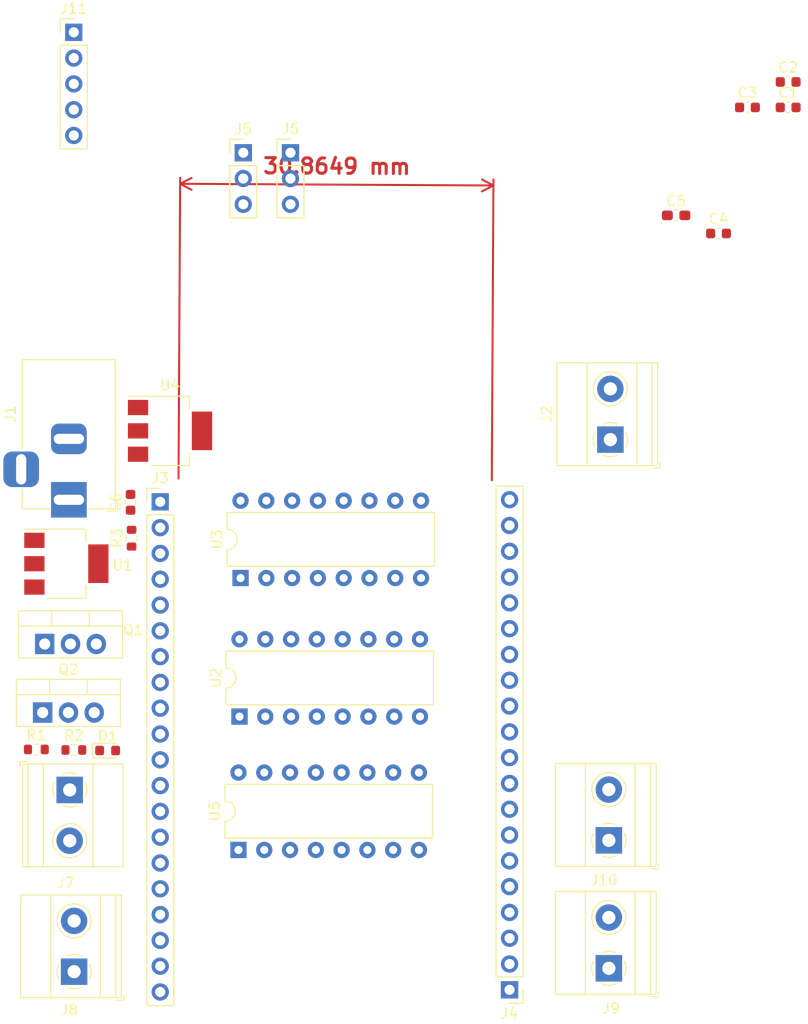
<source format=kicad_pcb>
(kicad_pcb (version 20211014) (generator pcbnew)
  (layers (0 "F.Cu" signal) (31 "B.Cu" signal) (34 "B.Paste" user) (35 "F.Paste" user) (36 "B.SilkS" user "B.Silkscreen") (37 "F.SilkS" user "F.Silkscreen") (38 "B.Mask" user) (39 "F.Mask" user) (44 "Edge.Cuts" user))
  (net 0 "")
  (net 1 "Net-(C1-Pad1)")
  (net 2 "GND")
  (net 3 "Net-(D1-Pad1)")
  (net 4 "Net-(J1-Pad1)")
  (net 5 "+5V")
  (net 7 "12V")
  (net 8 "SERVO_5V")
  (net 9 "MOTOR_EXT+")
  (net 10 "STEPPER_IN3")
  (net 11 "STEPPER_IN1")
  (net 12 "END")
  (net 13 "SERVO2_SIGNAL")
  (net 14 "SERVO1_SIGNAL")
  (net 15 "ENC")
  (net 16 "IN8")
  (net 17 "MOTOR_A_OUT+")
  (net 18 "MOTOR_A_OUT-")
  (net 19 "MOTOR_B_OUT+")
  (net 20 "MOTOR_B_OUT-")
  (net 21 "MOTOR_C_OUT-")
  (net 22 "MOTOR_C_OUT+")
  (net 23 "MOTOR_D_OUT+")
  (net 24 "MOTOR_D_OUT-")
  (net 25 "OUT1")
  (net 26 "OUT3")
  (net 27 "OUT2")
  (net 28 "OUT4")
  (net 29 "IN5")
  (net 30 "IN6")
  (net 31 "IN7")
  (net 32 "ENA")
  (net 33 "IN1")
  (net 34 "IN2")
  (net 35 "ENB")
  (net 36 "IN3")
  (net 37 "IN4")
  (net 38 "STEPPER_IN2")
  (net 39 "STEPPER_IN4")
  (net 61 "Net-(R1-Pad2)")
  (footprint "TerminalBlock_Phoenix:TerminalBlock_Phoenix_MKDS-1,5-2_1x02_P5.00mm_Horizontal" (layer "F.Cu") (at 122.555 66.548 90)
    (fp_text reference "J2" (at 2.5 -6.26 90) (layer "F.SilkS"))
    (fp_text value "EXTERNAL_MOTOR_POWER")
    (fp_line (start -2.56 4.1) (end 7.56 4.1) (layer "F.SilkS") (width 0.12))
    (fp_line (start 7.56 -5.261) (end 7.56 4.66) (layer "F.SilkS") (width 0.12))
    (fp_line (start 3.966 1.239) (end 3.931 1.274) (layer "F.SilkS") (width 0.12))
    (fp_line (start -2.56 2.6) (end 7.56 2.6) (layer "F.SilkS") (width 0.12))
    (fp_line (start -2.56 -2.301) (end 7.56 -2.301) (layer "F.SilkS") (width 0.12))
    (fp_line (start 3.773 1.023) (end 3.726 1.069) (layer "F.SilkS") (width 0.12))
    (fp_line (start -2.8 4.9) (end -2.3 4.9) (layer "F.SilkS") (width 0.12))
    (fp_line (start -2.56 -5.261) (end 7.56 -5.261) (layer "F.SilkS") (width 0.12))
    (fp_line (start 6.07 -1.275) (end 6.035 -1.239) (layer "F.SilkS") (width 0.12))
    (fp_line (start -2.56 4.66) (end 7.56 4.66) (layer "F.SilkS") (width 0.12))
    (fp_line (start 6.275 -1.069) (end 6.228 -1.023) (layer "F.SilkS") (width 0.12))
    (fp_line (start -2.8 4.16) (end -2.8 4.9) (layer "F.SilkS") (width 0.12))
    (fp_line (start -2.56 -5.261) (end -2.56 4.66) (layer "F.SilkS") (width 0.12))
    (fp_arc (start 0.028805 1.680253) (mid -0.335551 1.646659) (end -0.684 1.535) (layer "F.SilkS") (width 0.12))
    (fp_arc (start 1.535427 -0.683042) (mid 1.680501 0.000524) (end 1.535 0.684) (layer "F.SilkS") (width 0.12))
    (fp_arc (start -1.535427 0.683042) (mid -1.680501 -0.000524) (end -1.535 -0.684) (layer "F.SilkS") (width 0.12))
    (fp_arc (start 0.683318 1.534756) (mid 0.349292 1.643288) (end 0 1.68) (layer "F.SilkS") (width 0.12))
    (fp_arc (start -0.683042 -1.535427) (mid 0.000524 -1.680501) (end 0.684 -1.535) (layer "F.SilkS") (width 0.12))
    (fp_circle (center 5 0) (end 6.68 0) (layer "F.SilkS") (width 0.12) (fill none))
    (pad "1" thru_hole rect (at 0 0 90) (size 2.6 2.6) (drill 1.3) (layers *.Cu *.Mask) (net 2 "GND"))
    (pad "2" thru_hole circle (at 5 0 90) (size 2.6 2.6) (drill 1.3) (layers *.Cu *.Mask) (net 9 "MOTOR_EXT+"))
  )
  (footprint "Package_TO_SOT_SMD:SOT-223-3_TabPin2" (layer "F.Cu") (at 79.1718 65.6844)
    (fp_text reference "U4" (at 0 -4.5) (layer "F.SilkS"))
    (fp_text value "AMS1117-5.0")
    (fp_line (start -4.1 -3.41) (end 1.91 -3.41) (layer "F.SilkS") (width 0.12))
    (fp_line (start 1.91 -3.41) (end 1.91 -2.15) (layer "F.SilkS") (width 0.12))
    (fp_line (start -1.85 3.41) (end 1.91 3.41) (layer "F.SilkS") (width 0.12))
    (fp_line (start 1.91 3.41) (end 1.91 2.15) (layer "F.SilkS") (width 0.12))
    (pad "1" smd rect (at -3.15 -2.3) (size 2 1.5) (layers "F.Cu" "F.Paste" "F.Mask") (net 2 "GND"))
    (pad "2" smd rect (at 3.15 0) (size 2 3.8) (layers "F.Cu" "F.Paste" "F.Mask") (net 8 "SERVO_5V"))
    (pad "2" smd rect (at -3.15 0) (size 2 1.5) (layers "F.Cu" "F.Paste" "F.Mask") (net 8 "SERVO_5V"))
    (pad "3" smd rect (at -3.15 2.3) (size 2 1.5) (layers "F.Cu" "F.Paste" "F.Mask") (net 7 "12V"))
  )
  (footprint "Capacitor_SMD:C_0603_1608Metric" (layer "F.Cu") (at 140.07 33.8386)
    (fp_text reference "C1" (at 0 -1.43) (layer "F.SilkS"))
    (fp_text value "1uF")
    (fp_line (start -0.14058 -0.51) (end 0.14058 -0.51) (layer "F.SilkS") (width 0.12))
    (fp_line (start -0.14058 0.51) (end 0.14058 0.51) (layer "F.SilkS") (width 0.12))
    (pad "1" smd roundrect (at -0.775 0) (size 0.9 0.95) (layers "F.Cu" "F.Paste" "F.Mask") (net 1 "Net-(C1-Pad1)"))
    (pad "2" smd roundrect (at 0.775 0) (size 0.9 0.95) (layers "F.Cu" "F.Paste" "F.Mask") (net 2 "GND"))
  )
  (footprint "Connector_PinHeader_2.54mm:PinHeader_1x20_P2.54mm_Vertical" (layer "F.Cu") (at 112.6236 120.7212 180)
    (fp_text reference "J4" (at 0 -2.33) (layer "F.SilkS"))
    (fp_text value "Conn_01x20_Female")
    (fp_line (start -1.33 1.27) (end -1.33 49.59) (layer "F.SilkS") (width 0.12))
    (fp_line (start -1.33 -1.33) (end 0 -1.33) (layer "F.SilkS") (width 0.12))
    (fp_line (start -1.33 0) (end -1.33 -1.33) (layer "F.SilkS") (width 0.12))
    (fp_line (start -1.33 49.59) (end 1.33 49.59) (layer "F.SilkS") (width 0.12))
    (fp_line (start -1.33 1.27) (end 1.33 1.27) (layer "F.SilkS") (width 0.12))
    (fp_line (start 1.33 1.27) (end 1.33 49.59) (layer "F.SilkS") (width 0.12))
    (pad "1" thru_hole rect (at 0 0 180) (size 1.7 1.7) (drill 1) (layers *.Cu *.Mask))
    (pad "2" thru_hole oval (at 0 2.54 180) (size 1.7 1.7) (drill 1) (layers *.Cu *.Mask))
    (pad "3" thru_hole oval (at 0 5.08 180) (size 1.7 1.7) (drill 1) (layers *.Cu *.Mask))
    (pad "4" thru_hole oval (at 0 7.62 180) (size 1.7 1.7) (drill 1) (layers *.Cu *.Mask))
    (pad "5" thru_hole oval (at 0 10.16 180) (size 1.7 1.7) (drill 1) (layers *.Cu *.Mask))
    (pad "6" thru_hole oval (at 0 12.7 180) (size 1.7 1.7) (drill 1) (layers *.Cu *.Mask))
    (pad "7" thru_hole oval (at 0 15.24 180) (size 1.7 1.7) (drill 1) (layers *.Cu *.Mask) (net 10 "STEPPER_IN3"))
    (pad "8" thru_hole oval (at 0 17.78 180) (size 1.7 1.7) (drill 1) (layers *.Cu *.Mask) (net 38 "STEPPER_IN2"))
    (pad "9" thru_hole oval (at 0 20.32 180) (size 1.7 1.7) (drill 1) (layers *.Cu *.Mask) (net 11 "STEPPER_IN1"))
    (pad "10" thru_hole oval (at 0 22.86 180) (size 1.7 1.7) (drill 1) (layers *.Cu *.Mask) (net 13 "SERVO2_SIGNAL"))
    (pad "11" thru_hole oval (at 0 25.4 180) (size 1.7 1.7) (drill 1) (layers *.Cu *.Mask) (net 14 "SERVO1_SIGNAL"))
    (pad "12" thru_hole oval (at 0 27.94 180) (size 1.7 1.7) (drill 1) (layers *.Cu *.Mask) (net 12 "END"))
    (pad "13" thru_hole oval (at 0 30.48 180) (size 1.7 1.7) (drill 1) (layers *.Cu *.Mask) (net 15 "ENC"))
    (pad "14" thru_hole oval (at 0 33.02 180) (size 1.7 1.7) (drill 1) (layers *.Cu *.Mask) (net 16 "IN8"))
    (pad "15" thru_hole oval (at 0 35.56 180) (size 1.7 1.7) (drill 1) (layers *.Cu *.Mask) (net 31 "IN7"))
    (pad "16" thru_hole oval (at 0 38.1 180) (size 1.7 1.7) (drill 1) (layers *.Cu *.Mask) (net 30 "IN6"))
    (pad "17" thru_hole oval (at 0 40.64 180) (size 1.7 1.7) (drill 1) (layers *.Cu *.Mask) (net 29 "IN5"))
    (pad "18" thru_hole oval (at 0 43.18 180) (size 1.7 1.7) (drill 1) (layers *.Cu *.Mask))
    (pad "19" thru_hole oval (at 0 45.72 180) (size 1.7 1.7) (drill 1) (layers *.Cu *.Mask))
    (pad "20" thru_hole oval (at 0 48.26 180) (size 1.7 1.7) (drill 1) (layers *.Cu *.Mask))
  )
  (footprint "Capacitor_SMD:C_0603_1608Metric_Pad1.08x0.95mm_HandSolder" (layer "F.Cu") (at 129.03 44.4686)
    (fp_text reference "C5" (at 0 -1.43) (layer "F.SilkS"))
    (fp_text value "100nF")
    (fp_line (start -0.146267 -0.51) (end 0.146267 -0.51) (layer "F.SilkS") (width 0.12))
    (fp_line (start -0.146267 0.51) (end 0.146267 0.51) (layer "F.SilkS") (width 0.12))
    (pad "1" smd roundrect (at -0.8625 0) (size 1.075 0.95) (layers "F.Cu" "F.Paste" "F.Mask") (net 8 "SERVO_5V"))
    (pad "2" smd roundrect (at 0.8625 0) (size 1.075 0.95) (layers "F.Cu" "F.Paste" "F.Mask") (net 2 "GND"))
  )
  (footprint "Package_TO_SOT_THT:TO-220-3_Vertical" (layer "F.Cu") (at 66.6242 93.4212)
    (fp_text reference "Q2" (at 2.54 -4.27) (layer "F.SilkS"))
    (fp_text value "TIP3055")
    (fp_line (start 4.391 -3.27) (end 4.391 -1.76) (layer "F.SilkS") (width 0.12))
    (fp_line (start 0.69 -3.27) (end 0.69 -1.76) (layer "F.SilkS") (width 0.12))
    (fp_line (start -2.58 -1.76) (end 7.66 -1.76) (layer "F.SilkS") (width 0.12))
    (fp_line (start -2.58 1.371) (end 7.66 1.371) (layer "F.SilkS") (width 0.12))
    (fp_line (start -2.58 -3.27) (end -2.58 1.371) (layer "F.SilkS") (width 0.12))
    (fp_line (start 7.66 -3.27) (end 7.66 1.371) (layer "F.SilkS") (width 0.12))
    (fp_line (start -2.58 -3.27) (end 7.66 -3.27) (layer "F.SilkS") (width 0.12))
    (pad "1" thru_hole rect (at 0 0) (size 1.905 2) (drill 1.1) (layers *.Cu *.Mask) (net 1 "Net-(C1-Pad1)"))
    (pad "2" thru_hole oval (at 2.54 0) (size 1.905 2) (drill 1.1) (layers *.Cu *.Mask) (net 7 "12V"))
    (pad "3" thru_hole oval (at 5.08 0) (size 1.905 2) (drill 1.1) (layers *.Cu *.Mask) (net 2 "GND"))
  )
  (footprint "Capacitor_SMD:C_0603_1608Metric" (layer "F.Cu") (at 136.06 33.8386)
    (fp_text reference "C3" (at 0 -1.43) (layer "F.SilkS"))
    (fp_text value "100nF")
    (fp_line (start -0.14058 -0.51) (end 0.14058 -0.51) (layer "F.SilkS") (width 0.12))
    (fp_line (start -0.14058 0.51) (end 0.14058 0.51) (layer "F.SilkS") (width 0.12))
    (pad "1" smd roundrect (at -0.775 0) (size 0.9 0.95) (layers "F.Cu" "F.Paste" "F.Mask") (net 7 "12V"))
    (pad "2" smd roundrect (at 0.775 0) (size 0.9 0.95) (layers "F.Cu" "F.Paste" "F.Mask") (net 2 "GND"))
  )
  (footprint "LED_SMD:LED_0603_1608Metric" (layer "F.Cu") (at 73.025 97.155)
    (fp_text reference "D1" (at 0 -1.43) (layer "F.SilkS"))
    (fp_text value "GREEN_LED")
    (fp_line (start -1.485 0.735) (end 0.8 0.735) (layer "F.SilkS") (width 0.12))
    (fp_line (start -1.485 -0.735) (end -1.485 0.735) (layer "F.SilkS") (width 0.12))
    (fp_line (start 0.8 -0.735) (end -1.485 -0.735) (layer "F.SilkS") (width 0.12))
    (pad "1" smd roundrect (at -0.7875 0) (size 0.875 0.95) (layers "F.Cu" "F.Paste" "F.Mask") (net 3 "Net-(D1-Pad1)"))
    (pad "2" smd roundrect (at 0.7875 0) (size 0.875 0.95) (layers "F.Cu" "F.Paste" "F.Mask") (net 7 "12V"))
  )
  (footprint "TerminalBlock_Phoenix:TerminalBlock_Phoenix_MKDS-1,5-2_1x02_P5.00mm_Horizontal" (layer "F.Cu") (at 69.2912 101.0412 -90)
    (fp_text reference "J7" (at 9.144 0.381 180) (layer "F.SilkS"))
    (fp_text value "MOTOR_A_OUT")
    (fp_line (start -2.56 -5.261) (end 7.56 -5.261) (layer "F.SilkS") (width 0.12))
    (fp_line (start -2.56 -5.261) (end -2.56 4.66) (layer "F.SilkS") (width 0.12))
    (fp_line (start -2.56 4.1) (end 7.56 4.1) (layer "F.SilkS") (width 0.12))
    (fp_line (start -2.56 2.6) (end 7.56 2.6) (layer "F.SilkS") (width 0.12))
    (fp_line (start -2.8 4.16) (end -2.8 4.9) (layer "F.SilkS") (width 0.12))
    (fp_line (start 6.07 -1.275) (end 6.035 -1.239) (layer "F.SilkS") (width 0.12))
    (fp_line (start -2.8 4.9) (end -2.3 4.9) (layer "F.SilkS") (width 0.12))
    (fp_line (start 7.56 -5.261) (end 7.56 4.66) (layer "F.SilkS") (width 0.12))
    (fp_line (start -2.56 4.66) (end 7.56 4.66) (layer "F.SilkS") (width 0.12))
    (fp_line (start 3.773 1.023) (end 3.726 1.069) (layer "F.SilkS") (width 0.12))
    (fp_line (start 3.966 1.239) (end 3.931 1.274) (layer "F.SilkS") (width 0.12))
    (fp_line (start 6.275 -1.069) (end 6.228 -1.023) (layer "F.SilkS") (width 0.12))
    (fp_line (start -2.56 -2.301) (end 7.56 -2.301) (layer "F.SilkS") (width 0.12))
    (fp_arc (start -1.535427 0.683042) (mid -1.680501 -0.000524) (end -1.535 -0.684) (layer "F.SilkS") (width 0.12))
    (fp_arc (start -0.683042 -1.535427) (mid 0.000524 -1.680501) (end 0.684 -1.535) (layer "F.SilkS") (width 0.12))
    (fp_arc (start 0.028805 1.680253) (mid -0.335551 1.646659) (end -0.684 1.535) (layer "F.SilkS") (width 0.12))
    (fp_arc (start 1.535427 -0.683042) (mid 1.680501 0.000524) (end 1.535 0.684) (layer "F.SilkS") (width 0.12))
    (fp_arc (start 0.683318 1.534756) (mid 0.349292 1.643288) (end 0 1.68) (layer "F.SilkS") (width 0.12))
    (fp_circle (center 5 0) (end 6.68 0) (layer "F.SilkS") (width 0.12) (fill none))
    (pad "1" thru_hole rect (at 0 0 270) (size 2.6 2.6) (drill 1.3) (layers *.Cu *.Mask) (net 17 "MOTOR_A_OUT+"))
    (pad "2" thru_hole circle (at 5 0 270) (size 2.6 2.6) (drill 1.3) (layers *.Cu *.Mask) (net 18 "MOTOR_A_OUT-"))
  )
  (footprint "Package_DIP:DIP-16_W7.62mm" (layer "F.Cu") (at 86.0194 93.8176 90)
    (fp_text reference "U2" (at 3.81 -2.33 90) (layer "F.SilkS"))
    (fp_text value "L293D")
    (fp_line (start 6.46 19.11) (end 6.46 -1.33) (layer "F.SilkS") (width 0.12))
    (fp_line (start 1.16 -1.33) (end 1.16 19.11) (layer "F.SilkS") (width 0.12))
    (fp_line (start 1.16 19.11) (end 6.46 19.11) (layer "F.SilkS") (width 0.12))
    (fp_line (start 6.46 -1.33) (end 4.81 -1.33) (layer "F.SilkS") (width 0.12))
    (fp_line (start 2.81 -1.33) (end 1.16 -1.33) (layer "F.SilkS") (width 0.12))
    (fp_arc (start 4.81 -1.33) (mid 3.81 -0.33) (end 2.81 -1.33) (layer "F.SilkS") (width 0.12))
    (pad "1" thru_hole rect (at 0 0 90) (size 1.6 1.6) (drill 0.8) (layers *.Cu *.Mask) (net 15 "ENC"))
    (pad "2" thru_hole oval (at 0 2.54 90) (size 1.6 1.6) (drill 0.8) (layers *.Cu *.Mask) (net 29 "IN5"))
    (pad "3" thru_hole oval (at 0 5.08 90) (size 1.6 1.6) (drill 0.8) (layers *.Cu *.Mask) (net 22 "MOTOR_C_OUT+"))
    (pad "4" thru_hole oval (at 0 7.62 90) (size 1.6 1.6) (drill 0.8) (layers *.Cu *.Mask) (net 2 "GND"))
    (pad "5" thru_hole oval (at 0 10.16 90) (size 1.6 1.6) (drill 0.8) (layers *.Cu *.Mask) (net 2 "GND"))
    (pad "6" thru_hole oval (at 0 12.7 90) (size 1.6 1.6) (drill 0.8) (layers *.Cu *.Mask) (net 21 "MOTOR_C_OUT-"))
    (pad "7" thru_hole oval (at 0 15.24 90) (size 1.6 1.6) (drill 0.8) (layers *.Cu *.Mask) (net 30 "IN6"))
    (pad "8" thru_hole oval (at 0 17.78 90) (size 1.6 1.6) (drill 0.8) (layers *.Cu *.Mask) (net 9 "MOTOR_EXT+"))
    (pad "9" thru_hole oval (at 7.62 17.78 90) (size 1.6 1.6) (drill 0.8) (layers *.Cu *.Mask) (net 12 "END"))
    (pad "10" thru_hole oval (at 7.62 15.24 90) (size 1.6 1.6) (drill 0.8) (layers *.Cu *.Mask) (net 31 "IN7"))
    (pad "11" thru_hole oval (at 7.62 12.7 90) (size 1.6 1.6) (drill 0.8) (layers *.Cu *.Mask) (net 24 "MOTOR_D_OUT-"))
    (pad "12" thru_hole oval (at 7.62 10.16 90) (size 1.6 1.6) (drill 0.8) (layers *.Cu *.Mask) (net 2 "GND"))
    (pad "13" thru_hole oval (at 7.62 7.62 90) (size 1.6 1.6) (drill 0.8) (layers *.Cu *.Mask) (net 2 "GND"))
    (pad "14" thru_hole oval (at 7.62 5.08 90) (size 1.6 1.6) (drill 0.8) (layers *.Cu *.Mask) (net 23 "MOTOR_D_OUT+"))
    (pad "15" thru_hole oval (at 7.62 2.54 90) (size 1.6 1.6) (drill 0.8) (layers *.Cu *.Mask) (net 16 "IN8"))
    (pad "16" thru_hole oval (at 7.62 0 90) (size 1.6 1.6) (drill 0.8) (layers *.Cu *.Mask) (net 5 "+5V"))
  )
  (footprint "Capacitor_SMD:C_0603_1608Metric" (layer "F.Cu") (at 75.2856 72.7202 90)
    (fp_text reference "C6" (at 0 -1.43 90) (layer "F.SilkS"))
    (fp_text value "0.1uF")
    (fp_line (start -0.14058 0.51) (end 0.14058 0.51) (layer "F.SilkS") (width 0.12))
    (fp_line (start -0.14058 -0.51) (end 0.14058 -0.51) (layer "F.SilkS") (width 0.12))
    (pad "1" smd roundrect (at -0.775 0 90) (size 0.9 0.95) (layers "F.Cu" "F.Paste" "F.Mask") (net 4 "Net-(J1-Pad1)"))
    (pad "2" smd roundrect (at 0.775 0 90) (size 0.9 0.95) (layers "F.Cu" "F.Paste" "F.Mask") (net 2 "GND"))
  )
  (footprint "TerminalBlock_Phoenix:TerminalBlock_Phoenix_MKDS-1,5-2_1x02_P5.00mm_Horizontal" (layer "F.Cu") (at 69.7232 118.9336 90)
    (fp_text reference "J8" (at -3.7738 -0.4828 180) (layer "F.SilkS"))
    (fp_text value "MOTOR_B_OUT")
    (fp_line (start 3.966 1.239) (end 3.931 1.274) (layer "F.SilkS") (width 0.12))
    (fp_line (start -2.56 4.66) (end 7.56 4.66) (layer "F.SilkS") (width 0.12))
    (fp_line (start -2.56 -2.301) (end 7.56 -2.301) (layer "F.SilkS") (width 0.12))
    (fp_line (start -2.8 4.9) (end -2.3 4.9) (layer "F.SilkS") (width 0.12))
    (fp_line (start -2.8 4.16) (end -2.8 4.9) (layer "F.SilkS") (width 0.12))
    (fp_line (start 6.07 -1.275) (end 6.035 -1.239) (layer "F.SilkS") (width 0.12))
    (fp_line (start 3.773 1.023) (end 3.726 1.069) (layer "F.SilkS") (width 0.12))
    (fp_line (start 7.56 -5.261) (end 7.56 4.66) (layer "F.SilkS") (width 0.12))
    (fp_line (start 6.275 -1.069) (end 6.228 -1.023) (layer "F.SilkS") (width 0.12))
    (fp_line (start -2.56 -5.261) (end 7.56 -5.261) (layer "F.SilkS") (width 0.12))
    (fp_line (start -2.56 -5.261) (end -2.56 4.66) (layer "F.SilkS") (width 0.12))
    (fp_line (start -2.56 2.6) (end 7.56 2.6) (layer "F.SilkS") (width 0.12))
    (fp_line (start -2.56 4.1) (end 7.56 4.1) (layer "F.SilkS") (width 0.12))
    (fp_arc (start -1.535427 0.683042) (mid -1.680501 -0.000524) (end -1.535 -0.684) (layer "F.SilkS") (width 0.12))
    (fp_arc (start 1.535427 -0.683042) (mid 1.680501 0.000524) (end 1.535 0.684) (layer "F.SilkS") (width 0.12))
    (fp_arc (start 0.028805 1.680253) (mid -0.335551 1.646659) (end -0.684 1.535) (layer "F.SilkS") (width 0.12))
    (fp_arc (start 0.683318 1.534756) (mid 0.349292 1.643288) (end 0 1.68) (layer "F.SilkS") (width 0.12))
    (fp_arc (start -0.683042 -1.535427) (mid 0.000524 -1.680501) (end 0.684 -1.535) (layer "F.SilkS") (width 0.12))
    (fp_circle (center 5 0) (end 6.68 0) (layer "F.SilkS") (width 0.12) (fill none))
    (pad "1" thru_hole rect (at 0 0 90) (size 2.6 2.6) (drill 1.3) (layers *.Cu *.Mask) (net 19 "MOTOR_B_OUT+"))
    (pad "2" thru_hole circle (at 5 0 90) (size 2.6 2.6) (drill 1.3) (layers *.Cu *.Mask) (net 20 "MOTOR_B_OUT-"))
  )
  (footprint "Resistor_SMD:R_0603_1608Metric" (layer "F.Cu") (at 66.0024 97.0534)
    (fp_text reference "R1" (at 0 -1.43) (layer "F.SilkS"))
    (fp_text value "240R")
    (fp_line (start -0.237258 -0.5225) (end 0.237258 -0.5225) (layer "F.SilkS") (width 0.12))
    (fp_line (start -0.237258 0.5225) (end 0.237258 0.5225) (layer "F.SilkS") (width 0.12))
    (pad "1" smd roundrect (at -0.825 0) (size 0.8 0.95) (layers "F.Cu" "F.Paste" "F.Mask") (net 1 "Net-(C1-Pad1)"))
    (pad "2" smd roundrect (at 0.825 0) (size 0.8 0.95) (layers "F.Cu" "F.Paste" "F.Mask") (net 61 "Net-(R1-Pad2)"))
  )
  (footprint "TerminalBlock_Phoenix:TerminalBlock_Phoenix_MKDS-1,5-2_1x02_P5.00mm_Horizontal" (layer "F.Cu") (at 122.4028 118.6034 90)
    (fp_text reference "J9" (at -3.9516 0.2284 180) (layer "F.SilkS"))
    (fp_text value "MOTOR_C_OUT")
    (fp_line (start 6.275 -1.069) (end 6.228 -1.023) (layer "F.SilkS") (width 0.12))
    (fp_line (start 3.773 1.023) (end 3.726 1.069) (layer "F.SilkS") (width 0.12))
    (fp_line (start 3.966 1.239) (end 3.931 1.274) (layer "F.SilkS") (width 0.12))
    (fp_line (start -2.56 -2.301) (end 7.56 -2.301) (layer "F.SilkS") (width 0.12))
    (fp_line (start -2.56 4.1) (end 7.56 4.1) (layer "F.SilkS") (width 0.12))
    (fp_line (start -2.56 4.66) (end 7.56 4.66) (layer "F.SilkS") (width 0.12))
    (fp_line (start 7.56 -5.261) (end 7.56 4.66) (layer "F.SilkS") (width 0.12))
    (fp_line (start -2.8 4.16) (end -2.8 4.9) (layer "F.SilkS") (width 0.12))
    (fp_line (start -2.56 -5.261) (end -2.56 4.66) (layer "F.SilkS") (width 0.12))
    (fp_line (start -2.56 -5.261) (end 7.56 -5.261) (layer "F.SilkS") (width 0.12))
    (fp_line (start -2.56 2.6) (end 7.56 2.6) (layer "F.SilkS") (width 0.12))
    (fp_line (start 6.07 -1.275) (end 6.035 -1.239) (layer "F.SilkS") (width 0.12))
    (fp_line (start -2.8 4.9) (end -2.3 4.9) (layer "F.SilkS") (width 0.12))
    (fp_arc (start 0.028805 1.680253) (mid -0.335551 1.646659) (end -0.684 1.535) (layer "F.SilkS") (width 0.12))
    (fp_arc (start -1.535427 0.683042) (mid -1.680501 -0.000524) (end -1.535 -0.684) (layer "F.SilkS") (width 0.12))
    (fp_arc (start -0.683042 -1.535427) (mid 0.000524 -1.680501) (end 0.684 -1.535) (layer "F.SilkS") (width 0.12))
    (fp_arc (start 0.683318 1.534756) (mid 0.349292 1.643288) (end 0 1.68) (layer "F.SilkS") (width 0.12))
    (fp_arc (start 1.535427 -0.683042) (mid 1.680501 0.000524) (end 1.535 0.684) (layer "F.SilkS") (width 0.12))
    (fp_circle (center 5 0) (end 6.68 0) (layer "F.SilkS") (width 0.12) (fill none))
    (pad "1" thru_hole rect (at 0 0 90) (size 2.6 2.6) (drill 1.3) (layers *.Cu *.Mask) (net 21 "MOTOR_C_OUT-"))
    (pad "2" thru_hole circle (at 5 0 90) (size 2.6 2.6) (drill 1.3) (layers *.Cu *.Mask) (net 22 "MOTOR_C_OUT+"))
  )
  (footprint "Connector_BarrelJack:BarrelJack_Horizontal" (layer "F.Cu") (at 69.2073 72.4718 -90)
    (fp_text reference "J1" (at -8.45 5.75 90) (layer "F.SilkS"))
    (fp_text value "Barrel_Jack")
    (fp_line (start 0.9 1.9) (end 0.9 4.6) (layer "F.SilkS") (width 0.12))
    (fp_line (start -5 4.6) (end -13.8 4.6) (layer "F.SilkS") (width 0.12))
    (fp_line (start -13.8 4.6) (end -13.8 -4.6) (layer "F.SilkS") (width 0.12))
    (fp_line (start 0.05 -4.8) (end 1.1 -4.8) (layer "F.SilkS") (width 0.12))
    (fp_line (start 1.1 -3.75) (end 1.1 -4.8) (layer "F.SilkS") (width 0.12))
    (fp_line (start -13.8 -4.6) (end 0.9 -4.6) (layer "F.SilkS") (width 0.12))
    (fp_line (start 0.9 -4.6) (end 0.9 -2) (layer "F.SilkS") (width 0.12))
    (fp_line (start 0.9 4.6) (end -1 4.6) (layer "F.SilkS") (width 0.12))
    (pad "1" thru_hole rect (at 0 0 270) (size 3.5 3.5) (drill oval 1 3) (layers *.Cu *.Mask) (net 4 "Net-(J1-Pad1)"))
    (pad "2" thru_hole roundrect (at -6 0 270) (size 3 3.5) (drill oval 1 3) (layers *.Cu *.Mask) (net 2 "GND"))
    (pad "3" thru_hole roundrect (at -3 4.7 270) (size 3.5 3.5) (drill oval 3 1) (layers *.Cu *.Mask))
  )
  (footprint "Connector_PinHeader_2.54mm:PinHeader_1x05_P2.54mm_Vertical" (layer "F.Cu") (at 69.69 26.4386)
    (fp_text reference "J11" (at 0 -2.33) (layer "F.SilkS"))
    (fp_text value "STEPPER_TERMINAL")
    (fp_line (start -1.33 11.49) (end 1.33 11.49) (layer "F.SilkS") (width 0.12))
    (fp_line (start -1.33 1.27) (end 1.33 1.27) (layer "F.SilkS") (width 0.12))
    (fp_line (start -1.33 1.27) (end -1.33 11.49) (layer "F.SilkS") (width 0.12))
    (fp_line (start -1.33 -1.33) (end 0 -1.33) (layer "F.SilkS") (width 0.12))
    (fp_line (start 1.33 1.27) (end 1.33 11.49) (layer "F.SilkS") (width 0.12))
    (fp_line (start -1.33 0) (end -1.33 -1.33) (layer "F.SilkS") (width 0.12))
    (pad "1" thru_hole rect (at 0 0) (size 1.7 1.7) (drill 1) (layers *.Cu *.Mask) (net 7 "12V"))
    (pad "2" thru_hole oval (at 0 2.54) (size 1.7 1.7) (drill 1) (layers *.Cu *.Mask) (net 25 "OUT1"))
    (pad "3" thru_hole oval (at 0 5.08) (size 1.7 1.7) (drill 1) (layers *.Cu *.Mask) (net 26 "OUT3"))
    (pad "4" thru_hole oval (at 0 7.62) (size 1.7 1.7) (drill 1) (layers *.Cu *.Mask) (net 27 "OUT2"))
    (pad "5" thru_hole oval (at 0 10.16) (size 1.7 1.7) (drill 1) (layers *.Cu *.Mask) (net 28 "OUT4"))
  )
  (footprint "Connector_PinHeader_2.54mm:PinHeader_1x03_P2.54mm_Vertical" (layer "F.Cu") (at 91.04 38.2986)
    (fp_text reference "J6" (at 0 -2.33) (layer "F.SilkS"))
    (fp_text value "SERVO2")
    (fp_line (start -1.33 0) (end -1.33 -1.33) (layer "F.SilkS") (width 0.12))
    (fp_line (start -1.33 1.27) (end 1.33 1.27) (layer "F.SilkS") (width 0.12))
    (fp_line (start -1.33 -1.33) (end 0 -1.33) (layer "F.SilkS") (width 0.12))
    (fp_line (start 1.33 1.27) (end 1.33 6.41) (layer "F.SilkS") (width 0.12))
    (fp_line (start -1.33 1.27) (end -1.33 6.41) (layer "F.SilkS") (width 0.12))
    (fp_line (start -1.33 6.41) (end 1.33 6.41) (layer "F.SilkS") (width 0.12))
    (pad "1" thru_hole rect (at 0 0) (size 1.7 1.7) (drill 1) (layers *.Cu *.Mask) (net 2 "GND"))
    (pad "2" thru_hole oval (at 0 2.54) (size 1.7 1.7) (drill 1) (layers *.Cu *.Mask) (net 8 "SERVO_5V"))
    (pad "3" thru_hole oval (at 0 5.08) (size 1.7 1.7) (drill 1) (layers *.Cu *.Mask) (net 13 "SERVO2_SIGNAL"))
  )
  (footprint "Package_DIP:DIP-16_W7.62mm" (layer "F.Cu") (at 85.9178 106.9494 90)
    (fp_text reference "U5" (at 3.81 -2.33 90) (layer "F.SilkS"))
    (fp_text value "L293D")
    (fp_line (start 1.16 -1.33) (end 1.16 19.11) (layer "F.SilkS") (width 0.12))
    (fp_line (start 6.46 19.11) (end 6.46 -1.33) (layer "F.SilkS") (width 0.12))
    (fp_line (start 2.81 -1.33) (end 1.16 -1.33) (layer "F.SilkS") (width 0.12))
    (fp_line (start 1.16 19.11) (end 6.46 19.11) (layer "F.SilkS") (width 0.12))
    (fp_line (start 6.46 -1.33) (end 4.81 -1.33) (layer "F.SilkS") (width 0.12))
    (fp_arc (start 4.81 -1.33) (mid 3.81 -0.33) (end 2.81 -1.33) (layer "F.SilkS") (width 0.12))
    (pad "1" thru_hole rect (at 0 0 90) (size 1.6 1.6) (drill 0.8) (layers *.Cu *.Mask) (net 5 "+5V"))
    (pad "2" thru_hole oval (at 0 2.54 90) (size 1.6 1.6) (drill 0.8) (layers *.Cu *.Mask) (net 11 "STEPPER_IN1"))
    (pad "3" thru_hole oval (at 0 5.08 90) (size 1.6 1.6) (drill 0.8) (layers *.Cu *.Mask) (net 25 "OUT1"))
    (pad "4" thru_hole oval (at 0 7.62 90) (size 1.6 1.6) (drill 0.8) (layers *.Cu *.Mask) (net 2 "GND"))
    (pad "5" thru_hole oval (at 0 10.16 90) (size 1.6 1.6) (drill 0.8) (layers *.Cu *.Mask) (net 2 "GND"))
    (pad "6" thru_hole oval (at 0 12.7 90) (size 1.6 1.6) (drill 0.8) (layers *.Cu *.Mask) (net 27 "OUT2"))
    (pad "7" thru_hole oval (at 0 15.24 90) (size 1.6 1.6) (drill 0.8) (layers *.Cu *.Mask) (net 38 "STEPPER_IN2"))
    (pad "8" thru_hole oval (at 0 17.78 90) (size 1.6 1.6) (drill 0.8) (layers *.Cu *.Mask) (net 5 "+5V"))
    (pad "9" thru_hole oval (at 7.62 17.78 90) (size 1.6 1.6) (drill 0.8) (layers *.Cu *.Mask) (net 5 "+5V"))
    (pad "10" thru_hole oval (at 7.62 15.24 90) (size 1.6 1.6) (drill 0.8) (layers *.Cu *.Mask) (net 10 "STEPPER_IN3"))
    (pad "11" thru_hole oval (at 7.62 12.7 90) (size 1.6 1.6) (drill 0.8) (layers *.Cu *.Mask) (net 26 "OUT3"))
    (pad "12" thru_hole oval (at 7.62 10.16 90) (size 1.6 1.6) (drill 0.8) (layers *.Cu *.Mask) (net 2 "GND"))
    (pad "13" thru_hole oval (at 7.62 7.62 90) (size 1.6 1.6) (drill 0.8) (layers *.Cu *.Mask) (net 2 "GND"))
    (pad "14" thru_hole oval (at 7.62 5.08 90) (size 1.6 1.6) (drill 0.8) (layers *.Cu *.Mask) (net 28 "OUT4"))
    (pad "15" thru_hole oval (at 7.62 2.54 90) (size 1.6 1.6) (drill 0.8) (layers *.Cu *.Mask) (net 39 "STEPPER_IN4"))
    (pad "16" thru_hole oval (at 7.62 0 90) (size 1.6 1.6) (drill 0.8) (layers *.Cu *.Mask) (net 5 "+5V"))
  )
  (footprint "Capacitor_SMD:C_0603_1608Metric" (layer "F.Cu") (at 140.07 31.3286)
    (fp_text reference "C2" (at 0 -1.43) (layer "F.SilkS"))
    (fp_text value "10uF")
    (fp_line (start -0.14058 -0.51) (end 0.14058 -0.51) (layer "F.SilkS") (width 0.12))
    (fp_line (start -0.14058 0.51) (end 0.14058 0.51) (layer "F.SilkS") (width 0.12))
    (pad "1" smd roundrect (at -0.775 0) (size 0.9 0.95) (layers "F.Cu" "F.Paste" "F.Mask") (net 7 "12V"))
    (pad "2" smd roundrect (at 0.775 0) (size 0.9 0.95) (layers "F.Cu" "F.Paste" "F.Mask") (net 2 "GND"))
  )
  (footprint "TerminalBlock_Phoenix:TerminalBlock_Phoenix_MKDS-1,5-2_1x02_P5.00mm_Horizontal" (layer "F.Cu") (at 122.4028 106.005 90)
    (fp_text reference "J10" (at -3.9008 -0.4574 180) (layer "F.SilkS"))
    (fp_text value "MOTOR_D_OUT")
    (fp_line (start -2.56 -5.261) (end 7.56 -5.261) (layer "F.SilkS") (width 0.12))
    (fp_line (start 7.56 -5.261) (end 7.56 4.66) (layer "F.SilkS") (width 0.12))
    (fp_line (start -2.56 2.6) (end 7.56 2.6) (layer "F.SilkS") (width 0.12))
    (fp_line (start -2.56 -2.301) (end 7.56 -2.301) (layer "F.SilkS") (width 0.12))
    (fp_line (start 3.966 1.239) (end 3.931 1.274) (layer "F.SilkS") (width 0.12))
    (fp_line (start -2.8 4.16) (end -2.8 4.9) (layer "F.SilkS") (width 0.12))
    (fp_line (start 3.773 1.023) (end 3.726 1.069) (layer "F.SilkS") (width 0.12))
    (fp_line (start 6.275 -1.069) (end 6.228 -1.023) (layer "F.SilkS") (width 0.12))
    (fp_line (start -2.56 4.66) (end 7.56 4.66) (layer "F.SilkS") (width 0.12))
    (fp_line (start -2.56 4.1) (end 7.56 4.1) (layer "F.SilkS") (width 0.12))
    (fp_line (start 6.07 -1.275) (end 6.035 -1.239) (layer "F.SilkS") (width 0.12))
    (fp_line (start -2.8 4.9) (end -2.3 4.9) (layer "F.SilkS") (width 0.12))
    (fp_line (start -2.56 -5.261) (end -2.56 4.66) (layer "F.SilkS") (width 0.12))
    (fp_arc (start 0.683318 1.534756) (mid 0.349292 1.643288) (end 0 1.68) (layer "F.SilkS") (width 0.12))
    (fp_arc (start 1.535427 -0.683042) (mid 1.680501 0.000524) (end 1.535 0.684) (layer "F.SilkS") (width 0.12))
    (fp_arc (start -1.535427 0.683042) (mid -1.680501 -0.000524) (end -1.535 -0.684) (layer "F.SilkS") (width 0.12))
    (fp_arc (start 0.028805 1.680253) (mid -0.335551 1.646659) (end -0.684 1.535) (layer "F.SilkS") (width 0.12))
    (fp_arc (start -0.683042 -1.535427) (mid 0.000524 -1.680501) (end 0.684 -1.535) (layer "F.SilkS") (width 0.12))
    (fp_circle (center 5 0) (end 6.68 0) (layer "F.SilkS") (width 0.12) (fill none))
    (pad "1" thru_hole rect (at 0 0 90) (size 2.6 2.6) (drill 1.3) (layers *.Cu *.Mask) (net 23 "MOTOR_D_OUT+"))
    (pad "2" thru_hole circle (at 5 0 90) (size 2.6 2.6) (drill 1.3) (layers *.Cu *.Mask) (net 24 "MOTOR_D_OUT-"))
  )
  (footprint "Connector_PinHeader_2.54mm:PinHeader_1x20_P2.54mm_Vertical" (layer "F.Cu") (at 78.2066 72.6744)
    (fp_text reference "J3" (at 0 -2.33) (layer "F.SilkS"))
    (fp_text value "Conn_01x20_Female")
    (fp_line (start -1.33 49.59) (end 1.33 49.59) (layer "F.SilkS") (width 0.12))
    (fp_line (start -1.33 1.27) (end -1.33 49.59) (layer "F.SilkS") (width 0.12))
    (fp_line (start -1.33 1.27) (end 1.33 1.27) (layer "F.SilkS") (width 0.12))
    (fp_line (start -1.33 0) (end -1.33 -1.33) (layer "F.SilkS") (width 0.12))
    (fp_line (start -1.33 -1.33) (end 0 -1.33) (layer "F.SilkS") (width 0.12))
    (fp_line (start 1.33 1.27) (end 1.33 49.59) (layer "F.SilkS") (width 0.12))
    (pad "1" thru_hole rect (at 0 0) (size 1.7 1.7) (drill 1) (layers *.Cu *.Mask))
    (pad "2" thru_hole oval (at 0 2.54) (size 1.7 1.7) (drill 1) (layers *.Cu *.Mask))
    (pad "3" thru_hole oval (at 0 5.08) (size 1.7 1.7) (drill 1) (layers *.Cu *.Mask))
    (pad "4" thru_hole oval (at 0 7.62) (size 1.7 1.7) (drill 1) (layers *.Cu *.Mask))
    (pad "5" thru_hole oval (at 0 10.16) (size 1.7 1.7) (drill 1) (layers *.Cu *.Mask))
    (pad "6" thru_hole oval (at 0 12.7) (size 1.7 1.7) (drill 1) (layers *.Cu *.Mask))
    (pad "7" thru_hole oval (at 0 15.24) (size 1.7 1.7) (drill 1) (layers *.Cu *.Mask) (net 33 "IN1"))
    (pad "8" thru_hole oval (at 0 17.78) (size 1.7 1.7) (drill 1) (layers *.Cu *.Mask) (net 34 "IN2"))
    (pad "9" thru_hole oval (at 0 20.32) (size 1.7 1.7) (drill 1) (layers *.Cu *.Mask) (net 36 "IN3"))
    (pad "10" thru_hole oval (at 0 22.86) (size 1.7 1.7) (drill 1) (layers *.Cu *.Mask) (net 37 "IN4"))
    (pad "11" thru_hole oval (at 0 25.4) (size 1.7 1.7) (drill 1) (layers *.Cu *.Mask) (net 32 "ENA"))
    (pad "12" thru_hole oval (at 0 27.94) (size 1.7 1.7) (drill 1) (layers *.Cu *.Mask) (net 35 "ENB"))
    (pad "13" thru_hole oval (at 0 30.48) (size 1.7 1.7) (drill 1) (layers *.Cu *.Mask) (net 39 "STEPPER_IN4"))
    (pad "14" thru_hole oval (at 0 33.02) (size 1.7 1.7) (drill 1) (layers *.Cu *.Mask))
    (pad "15" thru_hole oval (at 0 35.56) (size 1.7 1.7) (drill 1) (layers *.Cu *.Mask))
    (pad "16" thru_hole oval (at 0 38.1) (size 1.7 1.7) (drill 1) (layers *.Cu *.Mask))
    (pad "17" thru_hole oval (at 0 40.64) (size 1.7 1.7) (drill 1) (layers *.Cu *.Mask))
    (pad "18" thru_hole oval (at 0 43.18) (size 1.7 1.7) (drill 1) (layers *.Cu *.Mask))
    (pad "19" thru_hole oval (at 0 45.72) (size 1.7 1.7) (drill 1) (layers *.Cu *.Mask))
    (pad "20" thru_hole oval (at 0 48.26) (size 1.7 1.7) (drill 1) (layers *.Cu *.Mask))
  )
  (footprint "Package_TO_SOT_SMD:SOT-223-3_TabPin2" (layer "F.Cu") (at 68.961 78.7654)
    (fp_text reference "U1" (at 5.5372 0.1524) (layer "F.SilkS"))
    (fp_text value "LM317_SOT-223")
    (fp_line (start -1.85 3.41) (end 1.91 3.41) (layer "F.SilkS") (width 0.12))
    (fp_line (start -4.1 -3.41) (end 1.91 -3.41) (layer "F.SilkS") (width 0.12))
    (fp_line (start 1.91 3.41) (end 1.91 2.15) (layer "F.SilkS") (width 0.12))
    (fp_line (start 1.91 -3.41) (end 1.91 -2.15) (layer "F.SilkS") (width 0.12))
    (pad "1" smd rect (at -3.15 -2.3) (size 2 1.5) (layers "F.Cu" "F.Paste" "F.Mask") (net 61 "Net-(R1-Pad2)"))
    (pad "2" smd rect (at 3.15 0) (size 2 3.8) (layers "F.Cu" "F.Paste" "F.Mask") (net 1 "Net-(C1-Pad1)"))
    (pad "2" smd rect (at -3.15 0) (size 2 1.5) (layers "F.Cu" "F.Paste" "F.Mask") (net 1 "Net-(C1-Pad1)"))
    (pad "3" smd rect (at -3.15 2.3) (size 2 1.5) (layers "F.Cu" "F.Paste" "F.Mask") (net 4 "Net-(J1-Pad1)"))
  )
  (footprint "Connector_PinHeader_2.54mm:PinHeader_1x03_P2.54mm_Vertical" (layer "F.Cu") (at 86.39 38.2986)
    (fp_text reference "J5" (at 0 -2.33) (layer "F.SilkS"))
    (fp_text value "SERVO1")
    (fp_line (start -1.33 1.27) (end 1.33 1.27) (layer "F.SilkS") (width 0.12))
    (fp_line (start 1.33 1.27) (end 1.33 6.41) (layer "F.SilkS") (width 0.12))
    (fp_line (start -1.33 -1.33) (end 0 -1.33) (layer "F.SilkS") (width 0.12))
    (fp_line (start -1.33 1.27) (end -1.33 6.41) (layer "F.SilkS") (width 0.12))
    (fp_line (start -1.33 6.41) (end 1.33 6.41) (layer "F.SilkS") (width 0.12))
    (fp_line (start -1.33 0) (end -1.33 -1.33) (layer "F.SilkS") (width 0.12))
    (pad "1" thru_hole rect (at 0 0) (size 1.7 1.7) (drill 1) (layers *.Cu *.Mask) (net 2 "GND"))
    (pad "2" thru_hole oval (at 0 2.54) (size 1.7 1.7) (drill 1) (layers *.Cu *.Mask) (net 8 "SERVO_5V"))
    (pad "3" thru_hole oval (at 0 5.08) (size 1.7 1.7) (drill 1) (layers *.Cu *.Mask) (net 14 "SERVO1_SIGNAL"))
  )
  (footprint "Package_TO_SOT_THT:TO-220-3_Vertical" (layer "F.Cu") (at 66.8274 86.67)
    (fp_text reference "Q1" (at 8.7122 -1.3768) (layer "F.SilkS"))
    (fp_text value "Q_NMOS_DGS")
    (fp_line (start -2.58 -3.27) (end -2.58 1.371) (layer "F.SilkS") (width 0.12))
    (fp_line (start -2.58 1.371) (end 7.66 1.371) (layer "F.SilkS") (width 0.12))
    (fp_line (start 0.69 -3.27) (end 0.69 -1.76) (layer "F.SilkS") (width 0.12))
    (fp_line (start 7.66 -3.27) (end 7.66 1.371) (layer "F.SilkS") (width 0.12))
    (fp_line (start -2.58 -3.27) (end 7.66 -3.27) (layer "F.SilkS") (width 0.12))
    (fp_line (start 4.391 -3.27) (end 4.391 -1.76) (layer "F.SilkS") (width 0.12))
    (fp_line (start -2.58 -1.76) (end 7.66 -1.76) (layer "F.SilkS") (width 0.12))
    (pad "1" thru_hole rect (at 0 0) (size 1.905 2) (drill 1.1) (layers *.Cu *.Mask) (net 2 "GND"))
    (pad "2" thru_hole oval (at 2.54 0) (size 1.905 2) (drill 1.1) (layers *.Cu *.Mask) (net 4 "Net-(J1-Pad1)"))
    (pad "3" thru_hole oval (at 5.08 0) (size 1.905 2) (drill 1.1) (layers *.Cu *.Mask) (net 2 "GND"))
  )
  (footprint "Package_DIP:DIP-16_W7.62mm" (layer "F.Cu") (at 86.121 80.1778 90)
    (fp_text reference "U3" (at 3.81 -2.33 90) (layer "F.SilkS"))
    (fp_text value "L293D")
    (fp_line (start 2.81 -1.33) (end 1.16 -1.33) (layer "F.SilkS") (width 0.12))
    (fp_line (start 6.46 19.11) (end 6.46 -1.33) (layer "F.SilkS") (width 0.12))
    (fp_line (start 1.16 19.11) (end 6.46 19.11) (layer "F.SilkS") (width 0.12))
    (fp_line (start 6.46 -1.33) (end 4.81 -1.33) (layer "F.SilkS") (width 0.12))
    (fp_line (start 1.16 -1.33) (end 1.16 19.11) (layer "F.SilkS") (width 0.12))
    (fp_arc (start 4.81 -1.33) (mid 3.81 -0.33) (end 2.81 -1.33) (layer "F.SilkS") (width 0.12))
    (pad "1" thru_hole rect (at 0 0 90) (size 1.6 1.6) (drill 0.8) (layers *.Cu *.Mask) (net 32 "ENA"))
    (pad "2" thru_hole oval (at 0 2.54 90) (size 1.6 1.6) (drill 0.8) (layers *.Cu *.Mask) (net 33 "IN1"))
    (pad "3" thru_hole oval (at 0 5.08 90) (size 1.6 1.6) (drill 0.8) (layers *.Cu *.Mask) (net 17 "MOTOR_A_OUT+"))
    (pad "4" thru_hole oval (at 0 7.62 90) (size 1.6 1.6) (drill 0.8) (layers *.Cu *.Mask) (net 2 "GND"))
    (pad "5" thru_hole oval (at 0 10.16 90) (size 1.6 1.6) (drill 0.8) (layers *.Cu *.Mask) (net 2 "GND"))
    (pad "6" thru_hole oval (at 0 12.7 90) (size 1.6 1.6) (drill 0.8) (layers *.Cu *.Mask) (net 18 "MOTOR_A_OUT-"))
    (pad "7" thru_hole oval (at 0 15.24 90) (size 1.6 1.6) (drill 0.8) (layers *.Cu *.Mask) (net 34 "IN2"))
    (pad "8" thru_hole oval (at 0 17.78 90) (size 1.6 1.6) (drill 0.8) (layers *.Cu *.Mask) (net 9 "MOTOR_EXT+"))
    (pad "9" thru_hole oval (at 7.62 17.78 90) (size 1.6 1.6) (drill 0.8) (layers *.Cu *.Mask) (net 35 "ENB"))
    (pad "10" thru_hole oval (at 7.62 15.24 90) (size 1.6 1.6) (drill 0.8) (layers *.Cu *.Mask) (net 36 "IN3"))
    (pad "11" thru_hole oval (at 7.62 12.7 90) (size 1.6 1.6) (drill 0.8) (layers *.Cu *.Mask) (net 20 "MOTOR_B_OUT-"))
    (pad "12" thru_hole oval (at 7.62 10.16 90) (size 1.6 1.6) (drill 0.8) (layers *.Cu *.Mask) (net 2 "GND"))
    (pad "13" thru_hole oval (at 7.62 7.62 90) (size 1.6 1.6) (drill 0.8) (layers *.Cu *.Mask) (net 2 "GND"))
    (pad "14" thru_hole oval (at 7.62 5.08 90) (size 1.6 1.6) (drill 0.8) (layers *.Cu *.Mask) (net 19 "MOTOR_B_OUT+"))
    (pad "15" thru_hole oval (at 7.62 2.54 90) (size 1.6 1.6) (drill 0.8) (layers *.Cu *.Mask) (net 37 "IN4"))
    (pad "16" thru_hole oval (at 7.62 0 90) (size 1.6 1.6) (drill 0.8) (layers *.Cu *.Mask) (net 5 "+5V"))
  )
  (footprint "Resistor_SMD:R_0603_1608Metric" (layer "F.Cu") (at 75.3872 76.2508 90)
    (fp_text reference "R3" (at 0 -1.43 90) (layer "F.SilkS"))
    (fp_text value "2K")
    (fp_line (start -0.237258 0.5225) (end 0.237258 0.5225) (layer "F.SilkS") (width 0.12))
    (fp_line (start -0.237258 -0.5225) (end 0.237258 -0.5225) (layer "F.SilkS") (width 0.12))
    (pad "1" smd roundrect (at -0.825 0 90) (size 0.8 0.95) (layers "F.Cu" "F.Paste" "F.Mask") (net 61 "Net-(R1-Pad2)"))
    (pad "2" smd roundrect (at 0.825 0 90) (size 0.8 0.95) (layers "F.Cu" "F.Paste" "F.Mask") (net 2 "GND"))
  )
  (footprint "Resistor_SMD:R_0603_1608Metric" (layer "F.Cu") (at 69.6976 97.1042)
    (fp_text reference "R2" (at 0 -1.43) (layer "F.SilkS"))
    (fp_text value "510R")
    (fp_line (start -0.237258 -0.5225) (end 0.237258 -0.5225) (layer "F.SilkS") (width 0.12))
    (fp_line (start -0.237258 0.5225) (end 0.237258 0.5225) (layer "F.SilkS") (width 0.12))
    (pad "1" smd roundrect (at -0.825 0) (size 0.8 0.95) (layers "F.Cu" "F.Paste" "F.Mask") (net 3 "Net-(D1-Pad1)"))
    (pad "2" smd roundrect (at 0.825 0) (size 0.8 0.95) (layers "F.Cu" "F.Paste" "F.Mask") (net 2 "GND"))
  )
  (footprint "Capacitor_SMD:C_0603_1608Metric" (layer "F.Cu") (at 133.21 46.2486)
    (fp_text reference "C4" (at 0 -1.43) (layer "F.SilkS"))
    (fp_text value "10uF")
    (fp_line (start -0.14058 -0.51) (end 0.14058 -0.51) (layer "F.SilkS") (width 0.12))
    (fp_line (start -0.14058 0.51) (end 0.14058 0.51) (layer "F.SilkS") (width 0.12))
    (pad "1" smd roundrect (at -0.775 0) (size 0.9 0.95) (layers "F.Cu" "F.Paste" "F.Mask") (net 8 "SERVO_5V"))
    (pad "2" smd roundrect (at 0.775 0) (size 0.9 0.95) (layers "F.Cu" "F.Paste" "F.Mask") (net 2 "GND"))
  )
  (dimension (type aligned) (layer "F.Cu") (pts (xy 80.0066 70.8744) (xy 110.871 71.0438)) (height -29.518955) (gr_text "30.8649 mm" (at 95.610692 39.640617 359.6855339) (layer "F.Cu") (effects (font (size 1.5 1.5) (thickness 0.3)))) (format (units 3) (units_format 1) (precision 4)) (style (thickness 0.2) (arrow_length 1.27) (text_position_mode 0) (extension_height 0.58642) (extension_offset 0.5) keep_text_aligned))
)
</source>
